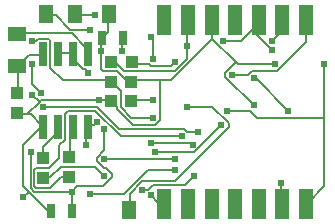
<source format=gbl>
G75*
%MOIN*%
%OFA0B0*%
%FSLAX25Y25*%
%IPPOS*%
%LPD*%
%AMOC8*
5,1,8,0,0,1.08239X$1,22.5*
%
%ADD10R,0.05000X0.06000*%
%ADD11R,0.03150X0.04724*%
%ADD12R,0.06000X0.05000*%
%ADD13R,0.04331X0.03937*%
%ADD14R,0.04724X0.10011*%
%ADD15R,0.02600X0.08000*%
%ADD16R,0.03937X0.04331*%
%ADD17C,0.00600*%
%ADD18C,0.02400*%
D10*
X0043325Y0008918D03*
X0036557Y0073979D03*
X0025390Y0074031D03*
X0015790Y0074031D03*
D11*
X0034247Y0066231D03*
X0041333Y0066231D03*
X0024314Y0008500D03*
X0017227Y0008500D03*
D12*
X0006051Y0056698D03*
X0006051Y0067553D03*
D13*
X0037550Y0058003D03*
X0037479Y0051529D03*
X0037516Y0045156D03*
X0044209Y0045156D03*
X0044172Y0051529D03*
X0044243Y0058003D03*
D14*
X0055168Y0071959D03*
X0063042Y0071959D03*
X0070916Y0071959D03*
X0078790Y0071959D03*
X0086664Y0071959D03*
X0094538Y0071959D03*
X0102412Y0071959D03*
X0102412Y0010904D03*
X0094538Y0010904D03*
X0086664Y0010904D03*
X0078790Y0010904D03*
X0070916Y0010904D03*
X0063042Y0010904D03*
X0055168Y0010904D03*
D15*
X0029637Y0036586D03*
X0024637Y0036586D03*
X0019637Y0036586D03*
X0014637Y0036586D03*
X0014637Y0060786D03*
X0019637Y0060786D03*
X0024637Y0060786D03*
X0029637Y0060786D03*
D16*
X0006133Y0047734D03*
X0006133Y0041041D03*
X0014780Y0026253D03*
X0014780Y0019560D03*
X0023397Y0019834D03*
X0023397Y0026527D03*
D17*
X0023790Y0026831D01*
X0023790Y0035831D01*
X0024390Y0036431D01*
X0024637Y0036586D01*
X0029190Y0036431D02*
X0029637Y0036586D01*
X0029790Y0037031D01*
X0031590Y0037031D01*
X0032790Y0038231D01*
X0035190Y0035831D02*
X0035190Y0028631D01*
X0032790Y0026231D01*
X0032790Y0025031D01*
X0035190Y0022631D01*
X0035790Y0022631D01*
X0037590Y0020831D01*
X0037590Y0019631D01*
X0034590Y0016631D01*
X0026190Y0016631D01*
X0024390Y0014831D01*
X0011790Y0014831D01*
X0010590Y0016031D01*
X0010590Y0028031D01*
X0008190Y0030431D02*
X0014190Y0036431D01*
X0014637Y0036586D01*
X0014190Y0037031D01*
X0010590Y0040631D01*
X0009390Y0040631D01*
X0013590Y0044831D01*
X0011190Y0047231D01*
X0014190Y0047831D02*
X0011190Y0050831D01*
X0011190Y0057431D01*
X0009990Y0060431D02*
X0006390Y0056831D01*
X0006051Y0056698D01*
X0006390Y0056231D01*
X0006390Y0047831D01*
X0006133Y0047734D01*
X0006133Y0041041D02*
X0006390Y0040631D01*
X0009390Y0040631D01*
X0014790Y0043031D02*
X0032790Y0043031D01*
X0039990Y0035831D01*
X0061590Y0035831D01*
X0062790Y0034631D01*
X0066390Y0034631D01*
X0063990Y0031031D02*
X0064590Y0030431D01*
X0063990Y0031031D02*
X0050790Y0031031D01*
X0051990Y0028031D02*
X0065190Y0028031D01*
X0074190Y0037031D01*
X0076590Y0036431D02*
X0058590Y0018431D01*
X0047790Y0018431D01*
X0043590Y0014231D01*
X0043590Y0009431D01*
X0043325Y0008918D01*
X0041790Y0014231D02*
X0049590Y0022031D01*
X0058590Y0022031D01*
X0058590Y0025631D02*
X0035190Y0025631D01*
X0032190Y0023231D02*
X0035190Y0020231D01*
X0032190Y0023231D02*
X0020790Y0023231D01*
X0017190Y0019631D01*
X0014790Y0019631D01*
X0014780Y0019560D01*
X0016590Y0022631D02*
X0012390Y0022631D01*
X0011790Y0022031D01*
X0011790Y0016631D01*
X0012390Y0016031D01*
X0017190Y0016031D01*
X0020790Y0019631D01*
X0023190Y0019631D01*
X0023397Y0019834D01*
X0020190Y0026231D02*
X0016590Y0022631D01*
X0014780Y0026253D02*
X0014790Y0026831D01*
X0014790Y0029831D01*
X0019590Y0034631D01*
X0019590Y0036431D01*
X0019637Y0036586D01*
X0021990Y0040631D02*
X0021990Y0032231D01*
X0020190Y0030431D01*
X0020190Y0026231D01*
X0029190Y0030431D02*
X0029190Y0036431D01*
X0032190Y0041831D02*
X0023190Y0041831D01*
X0021990Y0040631D01*
X0014190Y0045431D02*
X0013590Y0044831D01*
X0014190Y0045431D02*
X0033390Y0045431D01*
X0036990Y0045431D01*
X0037516Y0045156D01*
X0037590Y0044831D01*
X0039390Y0043031D01*
X0039390Y0042431D01*
X0044790Y0037031D01*
X0051990Y0037031D01*
X0053790Y0038831D01*
X0053790Y0052031D01*
X0044190Y0052031D01*
X0044172Y0051529D01*
X0043590Y0052031D01*
X0042390Y0052031D01*
X0039390Y0055031D01*
X0034590Y0055031D01*
X0033990Y0055631D01*
X0033990Y0061631D01*
X0033990Y0065831D01*
X0034247Y0066231D01*
X0034590Y0066431D01*
X0036390Y0068231D01*
X0036390Y0073631D01*
X0036557Y0073979D01*
X0032190Y0073631D02*
X0025590Y0073631D01*
X0025390Y0074031D01*
X0023790Y0068831D02*
X0030390Y0068831D01*
X0029190Y0062831D02*
X0024390Y0067631D01*
X0006390Y0067631D01*
X0006051Y0067553D01*
X0011190Y0065231D02*
X0012390Y0065231D01*
X0012990Y0065831D01*
X0016590Y0065831D01*
X0017190Y0065231D01*
X0017190Y0056231D01*
X0021390Y0052031D01*
X0036990Y0052031D01*
X0037479Y0051529D01*
X0037590Y0051431D01*
X0040590Y0048431D01*
X0040590Y0043031D01*
X0044190Y0039431D01*
X0051390Y0039431D01*
X0051390Y0045431D02*
X0044790Y0045431D01*
X0044209Y0045156D01*
X0053790Y0052031D02*
X0057390Y0052031D01*
X0071190Y0065831D01*
X0071190Y0071831D01*
X0070916Y0071959D01*
X0071190Y0065831D02*
X0078990Y0058031D01*
X0075390Y0054431D01*
X0075390Y0053231D01*
X0084990Y0043631D01*
X0083790Y0041831D02*
X0086190Y0039431D01*
X0108390Y0039431D01*
X0108390Y0057431D01*
X0102390Y0064631D02*
X0102390Y0071831D01*
X0102412Y0071959D01*
X0102390Y0064631D02*
X0092790Y0055031D01*
X0084390Y0055031D01*
X0083190Y0053831D01*
X0077790Y0053831D01*
X0079590Y0057431D02*
X0078990Y0058031D01*
X0079590Y0057431D02*
X0092190Y0057431D01*
X0090990Y0062231D02*
X0084390Y0068831D01*
X0086664Y0071959D01*
X0086190Y0071831D01*
X0086190Y0070631D01*
X0084390Y0068831D01*
X0080790Y0065231D01*
X0074790Y0065231D01*
X0062790Y0063431D02*
X0062790Y0059231D01*
X0058590Y0055031D01*
X0041790Y0055031D01*
X0039390Y0057431D01*
X0037590Y0057431D01*
X0037550Y0058003D01*
X0041190Y0061631D02*
X0041190Y0065831D01*
X0041333Y0066231D01*
X0044243Y0058003D02*
X0044790Y0057431D01*
X0050190Y0057431D01*
X0050790Y0056831D01*
X0057390Y0056831D01*
X0058590Y0058031D01*
X0051390Y0059231D02*
X0051390Y0065831D01*
X0050790Y0066431D01*
X0062790Y0063431D02*
X0062790Y0071831D01*
X0063042Y0071959D01*
X0084990Y0052631D02*
X0085590Y0052631D01*
X0096390Y0041831D01*
X0108390Y0039431D02*
X0108390Y0016631D01*
X0102990Y0011231D01*
X0102412Y0010904D01*
X0094538Y0010904D02*
X0093990Y0011231D01*
X0093990Y0017831D01*
X0076590Y0036431D02*
X0076590Y0037631D01*
X0071190Y0043031D01*
X0062790Y0043031D01*
X0060990Y0033431D02*
X0040590Y0033431D01*
X0032190Y0041831D01*
X0029790Y0054431D02*
X0028590Y0055631D01*
X0027990Y0055631D01*
X0024990Y0058631D01*
X0024990Y0060431D01*
X0024637Y0060786D01*
X0024390Y0061031D01*
X0020190Y0061031D01*
X0019637Y0060786D01*
X0014637Y0060786D02*
X0014190Y0060431D01*
X0009990Y0060431D01*
X0015990Y0073631D02*
X0015790Y0074031D01*
X0015990Y0073631D02*
X0018990Y0073631D01*
X0023790Y0068831D01*
X0029190Y0062831D02*
X0029190Y0061031D01*
X0029637Y0060786D01*
X0008190Y0030431D02*
X0008190Y0016631D01*
X0009990Y0014831D01*
X0008190Y0013031D01*
X0009990Y0014831D02*
X0015990Y0008831D01*
X0017190Y0008831D01*
X0017227Y0008500D01*
X0024314Y0008500D02*
X0024390Y0008831D01*
X0024390Y0014831D01*
X0030390Y0014231D02*
X0041790Y0014231D01*
X0047790Y0015431D02*
X0049590Y0015431D01*
X0051390Y0017231D01*
X0062190Y0017231D01*
X0065190Y0020231D01*
X0054990Y0011231D02*
X0053190Y0011231D01*
X0050790Y0013631D01*
X0054990Y0011231D02*
X0055168Y0010904D01*
X0075990Y0041831D02*
X0083790Y0041831D01*
X0090990Y0065231D02*
X0093990Y0068231D01*
X0093990Y0071831D01*
X0094538Y0071959D01*
D18*
X0008190Y0013031D03*
X0010590Y0028031D03*
X0024390Y0014831D03*
X0030390Y0014231D03*
X0035190Y0020231D03*
X0035190Y0025631D03*
X0029190Y0030431D03*
X0035190Y0035831D03*
X0032790Y0038231D03*
X0033390Y0045431D03*
X0029790Y0054431D03*
X0033990Y0061631D03*
X0041190Y0061631D03*
X0050790Y0066431D03*
X0051390Y0059231D03*
X0058590Y0058031D03*
X0062790Y0063431D03*
X0074790Y0065231D03*
X0077790Y0053831D03*
X0084990Y0052631D03*
X0092190Y0057431D03*
X0090990Y0062231D03*
X0090990Y0065231D03*
X0108390Y0057431D03*
X0096390Y0041831D03*
X0084990Y0043631D03*
X0075990Y0041831D03*
X0074190Y0037031D03*
X0066390Y0034631D03*
X0064590Y0030431D03*
X0060990Y0033431D03*
X0051990Y0028031D03*
X0050790Y0031031D03*
X0058590Y0025631D03*
X0058590Y0022031D03*
X0065190Y0020231D03*
X0050790Y0013631D03*
X0047790Y0015431D03*
X0051390Y0039431D03*
X0051390Y0045431D03*
X0062790Y0043031D03*
X0093990Y0017831D03*
X0030390Y0068831D03*
X0032190Y0073631D03*
X0011190Y0065231D03*
X0011190Y0057431D03*
X0014190Y0047831D03*
X0011190Y0047231D03*
X0014790Y0043031D03*
M02*

</source>
